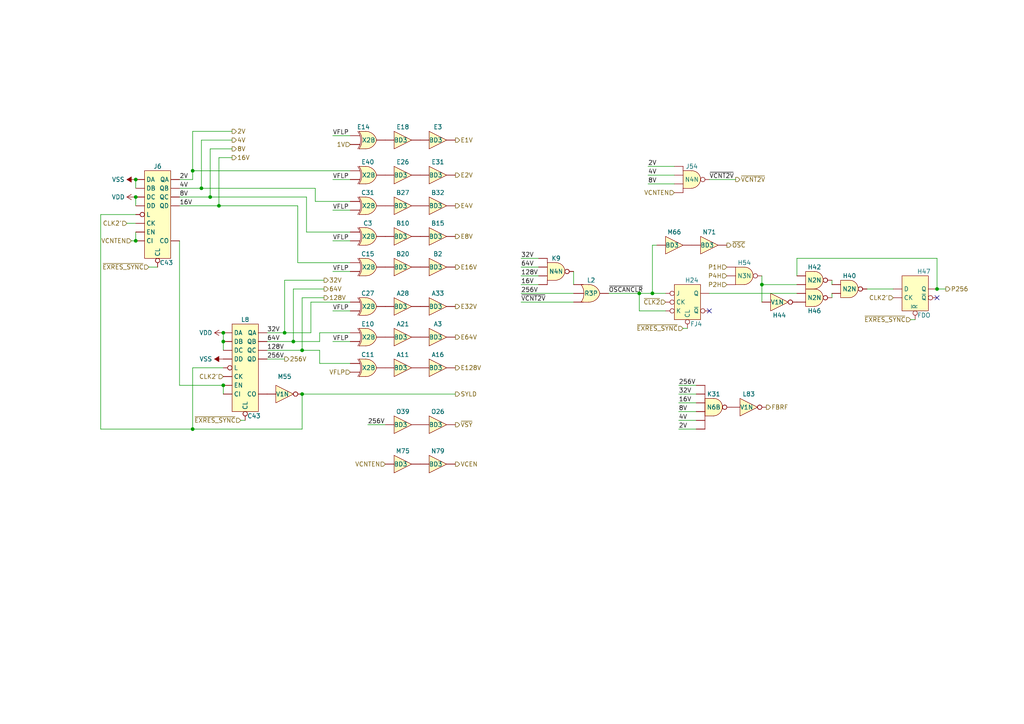
<source format=kicad_sch>
(kicad_sch (version 20231120) (generator "eeschema") (generator_version "8.0")
  (paper "A4")
  (title_block (title "Konami 007782") (date "2023-08-09") (company "Ulf Skutnabba, twitter: @skutis77"))
  (lib_symbols
    (symbol "ga_fujitsu_av:BD3"
      (property "Reference" "U" (at 0 3.81 0))
      (property "Value" "BD3" (at -0.635 0 0))
      (symbol "BD3_1_1"
        (polyline (pts (xy -2.54 2.54) (xy -2.54 -2.54) (xy 2.54 0) (xy -2.54 2.54)) (fill (type background)))
        (pin input line (at -5.08 0 0) (length 2.54) (name "") (number ""))
        (pin output line (at 5.08 0 180) (length 2.54) (name "") (number ""))
      )
    )
    (symbol "ga_fujitsu_av:C43"
      (property "Reference" "U" (at 0 13.97 0))
      (property "Value" "C43" (at 2.54 -13.97 0))
      (symbol "C43_1_1"
        (rectangle (start -3.81 12.7) (end 3.81 -12.7) (fill (type background)))
        (pin input line (at -6.35 10.16 0) (length 2.54) (name "DA") (number "1"))
        (pin output line (at 6.35 10.16 180) (length 2.54) (name "QA") (number "10"))
        (pin output line (at 6.35 7.62 180) (length 2.54) (name "QB") (number "11"))
        (pin output line (at 6.35 5.08 180) (length 2.54) (name "QC") (number "12"))
        (pin output line (at 6.35 2.54 180) (length 2.54) (name "QD") (number "13"))
        (pin output line (at 6.35 -7.62 180) (length 2.54) (name "CO") (number "14"))
        (pin input line (at -6.35 7.62 0) (length 2.54) (name "DB") (number "2"))
        (pin input line (at -6.35 5.08 0) (length 2.54) (name "DC") (number "3"))
        (pin input line (at -6.35 2.54 0) (length 2.54) (name "DD") (number "4"))
        (pin input inverted (at -6.35 0 0) (length 2.54) (name "L") (number "5"))
        (pin input line (at -6.35 -2.54 0) (length 2.54) (name "CK") (number "6"))
        (pin input line (at -6.35 -5.08 0) (length 2.54) (name "EN") (number "7"))
        (pin input line (at -6.35 -7.62 0) (length 2.54) (name "CI") (number "8"))
        (pin input inverted (at 0 -15.24 90) (length 2.54) (name "CL") (number "9"))
      )
    )
    (symbol "ga_fujitsu_av:FDO"
      (property "Reference" "U" (at 2.54 6.35 0))
      (property "Value" "FDO" (at 2.54 -6.35 0))
      (symbol "FDO_1_1"
        (rectangle (start -3.81 5.08) (end 3.81 -5.08) (fill (type background)))
        (pin input line (at -6.35 -1.27 0) (length 2.54) (name "CK") (number ""))
        (pin input line (at -6.35 1.27 0) (length 2.54) (name "D") (number ""))
        (pin output line (at 6.35 1.27 180) (length 2.54) (name "Q") (number ""))
        (pin output inverted (at 6.35 -1.27 180) (length 2.54) (name "~{Q}") (number ""))
        (pin input inverted (at 0 -7.62 90) (length 2.54) (name "~{R}") (number ""))
      )
    )
    (symbol "ga_fujitsu_av:FJ4"
      (property "Reference" "U" (at 1.27 5.08 0))
      (property "Value" "FJ4" (at 2.54 -7.62 0))
      (symbol "FJ4_1_1"
        (rectangle (start -3.81 3.81) (end 3.81 -6.35) (fill (type background)))
        (pin input inverted (at -6.35 -1.27 0) (length 2.54) (name "CK") (number ""))
        (pin input inverted (at 0 -8.89 90) (length 2.54) (name "CL") (number ""))
        (pin input inverted (at -6.35 1.27 0) (length 2.54) (name "J") (number ""))
        (pin input inverted (at -6.35 -3.81 0) (length 2.54) (name "K") (number ""))
        (pin output line (at 6.35 1.27 180) (length 2.54) (name "Q") (number ""))
        (pin output inverted (at 6.35 -3.81 180) (length 2.54) (name "~{Q}") (number ""))
      )
    )
    (symbol "ga_fujitsu_av:N2N"
      (property "Reference" "U" (at 0 3.81 0))
      (property "Value" "N2N" (at 0 0 0))
      (symbol "N2N_1_1"
        (arc (start 0 -2.54) (mid 1.7263 -1.7263) (end 2.54 0) (fill (type background)))
        (polyline (pts (xy 0 2.54) (xy -2.54 2.54) (xy -2.54 -2.54) (xy 0 -2.54)) (fill (type background)))
        (arc (start 2.54 0) (mid 1.7961 1.7961) (end 0 2.54) (fill (type background)))
        (pin input line (at -5.08 -1.27 0) (length 2.54) (name "") (number ""))
        (pin input line (at -5.08 1.27 0) (length 2.54) (name "") (number ""))
        (pin output inverted (at 5.08 0 180) (length 2.54) (name "") (number ""))
      )
    )
    (symbol "ga_fujitsu_av:N3N"
      (property "Reference" "U" (at -1.27 3.81 0))
      (property "Value" "N3N" (at 2.54 3.81 0))
      (symbol "N3N_1_1"
        (arc (start 0 -2.54) (mid 1.7263 -1.7263) (end 2.54 0) (fill (type background)))
        (polyline (pts (xy 0 2.54) (xy -2.54 2.54) (xy -2.54 -2.54) (xy 0 -2.54)) (fill (type background)))
        (arc (start 2.54 0) (mid 1.7961 1.7961) (end 0 2.54) (fill (type background)))
        (pin input line (at -5.08 -2.54 0) (length 2.54) (name "") (number ""))
        (pin input line (at -5.08 0 0) (length 2.54) (name "") (number ""))
        (pin input line (at -5.08 2.54 0) (length 2.54) (name "") (number ""))
        (pin output inverted (at 5.08 0 180) (length 2.54) (name "") (number ""))
      )
    )
    (symbol "ga_fujitsu_av:N4N"
      (property "Reference" "U" (at 1.27 3.81 0))
      (property "Value" "N4N" (at 1.27 0 0))
      (symbol "N4N_0_1"
        (polyline (pts (xy -1.27 -2.54) (xy -1.27 -3.81)))
        (polyline (pts (xy -1.27 2.54) (xy -1.27 3.81)))
      )
      (symbol "N4N_1_1"
        (polyline (pts (xy 1.27 2.54) (xy -1.27 2.54) (xy -1.27 -2.54) (xy 1.27 -2.54)) (fill (type background)))
        (arc (start 1.27 -2.54) (mid 2.9963 -1.7263) (end 3.81 0) (fill (type background)))
        (arc (start 3.81 0) (mid 3.0661 1.7961) (end 1.27 2.54) (fill (type background)))
        (pin input line (at -3.81 -3.81 0) (length 2.54) (name "") (number ""))
        (pin input line (at -3.81 -1.27 0) (length 2.54) (name "") (number ""))
        (pin input line (at -3.81 1.27 0) (length 2.54) (name "") (number ""))
        (pin input line (at -3.81 3.81 0) (length 2.54) (name "") (number ""))
        (pin output inverted (at 6.35 0 180) (length 2.54) (name "") (number ""))
      )
    )
    (symbol "ga_fujitsu_av:N6B"
      (property "Reference" "U" (at 1.27 3.81 0))
      (property "Value" "N6B" (at 2.54 0 0))
      (symbol "N6B_0_1"
        (polyline (pts (xy 0 -6.35) (xy 0 6.35)))
      )
      (symbol "N6B_1_1"
        (polyline (pts (xy 2.54 2.54) (xy 0 2.54) (xy 0 -2.54) (xy 2.54 -2.54)) (fill (type background)))
        (arc (start 2.54 -2.54) (mid 4.2663 -1.7263) (end 5.08 0) (fill (type background)))
        (arc (start 5.08 0) (mid 4.3361 1.7961) (end 2.54 2.54) (fill (type background)))
        (pin input line (at -2.54 -6.35 0) (length 2.54) (name "") (number ""))
        (pin input line (at -2.54 -3.81 0) (length 2.54) (name "") (number ""))
        (pin input line (at -2.54 -1.27 0) (length 2.54) (name "") (number ""))
        (pin input line (at -2.54 1.27 0) (length 2.54) (name "") (number ""))
        (pin input line (at -2.54 3.81 0) (length 2.54) (name "") (number ""))
        (pin input line (at -2.54 6.35 0) (length 2.54) (name "") (number ""))
        (pin output inverted (at 7.62 0 180) (length 2.54) (name "") (number ""))
      )
    )
    (symbol "ga_fujitsu_av:R3P"
      (property "Reference" "U" (at 0 3.81 0))
      (property "Value" "R3P" (at 0 0 0))
      (symbol "R3P_0_1"
        (polyline (pts (xy -2.286 0) (xy -2.159 0)))
      )
      (symbol "R3P_1_1"
        (arc (start -2.9127 -2.5398) (mid -2.0762 0.0001) (end -2.9129 2.54))
        (arc (start -0.635 -2.54) (mid 1.3992 -1.8283) (end 2.54 0) (fill (type background)))
        (polyline (pts (xy -0.635 -2.54) (xy -2.921 -2.54)) (fill (type outline)))
        (polyline (pts (xy -0.635 2.54) (xy -2.921 2.54)) (fill (type background)))
        (polyline (pts (xy -0.635 2.54) (xy -2.921 2.54) (xy -2.54 1.905) (xy -2.286 1.27) (xy -2.159 0.762) (xy -2.1082 0.4572) (xy -2.0828 0.1778) (xy -2.0828 -0.127) (xy -2.1336 -0.6604) (xy -2.2098 -1.016) (xy -2.3114 -1.3716) (xy -2.4384 -1.6764) (xy -2.6162 -2.0574) (xy -2.794 -2.3368) (xy -2.921 -2.54) (xy -0.635 -2.54)) (stroke (width -0.0001)) (fill (type background)))
        (arc (start 2.54 0) (mid 1.3994 1.8287) (end -0.635 2.54) (fill (type background)))
        (pin input line (at -5.08 -2.54 0) (length 2.794) (name "") (number ""))
        (pin input line (at -5.08 0 0) (length 2.794) (name "") (number ""))
        (pin input line (at -5.08 2.54 0) (length 2.794) (name "") (number ""))
        (pin output line (at 5.08 0 180) (length 2.54) (name "") (number ""))
      )
    )
    (symbol "ga_fujitsu_av:V1N"
      (property "Reference" "U" (at 0 2.54 0))
      (property "Value" "V1N" (at 0 -3.81 0))
      (symbol "V1N_1_1"
        (polyline (pts (xy -2.54 2.54) (xy -2.54 -2.54) (xy 2.54 0) (xy -2.54 2.54)) (fill (type background)))
        (pin input line (at -5.08 0 0) (length 2.54) (name "") (number ""))
        (pin output inverted (at 5.08 0 180) (length 2.54) (name "") (number ""))
      )
    )
    (symbol "ga_fujitsu_av:X2B"
      (property "Reference" "U" (at 0 3.81 0))
      (property "Value" "X2B" (at 0.254 0 0))
      (symbol "X2B_1_1"
        (arc (start -2.9127 -2.5398) (mid -2.0762 0.0001) (end -2.9129 2.54))
        (arc (start -2.54 -2.54) (mid -1.7035 -0.0001) (end -2.5402 2.5398))
        (arc (start -0.635 -2.54) (mid 1.3992 -1.8283) (end 2.54 0) (fill (type background)))
        (polyline (pts (xy -0.635 -2.54) (xy -2.54 -2.54)) (fill (type outline)))
        (polyline (pts (xy -0.635 2.54) (xy -2.54 2.54)) (fill (type background)))
        (polyline (pts (xy -0.635 2.54) (xy -2.54 2.54) (xy -2.159 1.905) (xy -1.905 1.27) (xy -1.778 0.762) (xy -1.7272 0.4572) (xy -1.7018 0.1778) (xy -1.7018 -0.127) (xy -1.7526 -0.6604) (xy -1.8288 -1.016) (xy -1.9304 -1.3716) (xy -2.0574 -1.6764) (xy -2.2352 -2.0574) (xy -2.413 -2.3368) (xy -2.54 -2.54) (xy -0.635 -2.54)) (stroke (width -0.0001)) (fill (type background)))
        (arc (start 2.54 0) (mid 1.3994 1.8287) (end -0.635 2.54) (fill (type background)))
        (pin input line (at -5.08 -1.27 0) (length 2.794) (name "") (number ""))
        (pin input line (at -5.08 1.27 0) (length 2.794) (name "") (number ""))
        (pin output line (at 5.08 0 180) (length 2.54) (name "") (number ""))
      )
    )
    (symbol "power:VDD" (power) (pin_names (offset 0))
      (property "Value" "VDD" (at 0 3.81 0))
      (symbol "VDD_0_1"
        (polyline (pts (xy -0.762 1.27) (xy 0 2.54)))
        (polyline (pts (xy 0 0) (xy 0 2.54)))
        (polyline (pts (xy 0 2.54) (xy 0.762 1.27)))
      )
      (symbol "VDD_1_1"
        (pin power_in line (at 0 0 90) (length 0) hide (name "VDD") (number "1"))
      )
    )
    (symbol "power:VSS" (power) (pin_names (offset 0))
      (property "Value" "VSS" (at 0 3.81 0))
      (symbol "VSS_0_1"
        (polyline (pts (xy 0 0) (xy 0 2.54)))
        (polyline (pts (xy 0.762 1.27) (xy -0.762 1.27) (xy 0 2.54) (xy 0.762 1.27)) (fill (type outline)))
      )
      (symbol "VSS_1_1"
        (pin power_in line (at 0 0 90) (length 0) hide (name "VSS") (number "1"))
      )
    )
  )
  (junction (at 271.78 83.82))
  (junction (at 85.09 99.06))
  (junction (at 87.63 101.6))
  (junction (at 220.98 82.55))
  (junction (at 185.42 85.09))
  (junction (at 64.77 111.76))
  (junction (at 58.42 54.61))
  (junction (at 63.5 59.69))
  (junction (at 87.63 114.3))
  (junction (at 55.88 124.46))
  (junction (at 39.37 52.07))
  (junction (at 60.96 57.15))
  (junction (at 64.77 96.52))
  (junction (at 39.37 57.15))
  (junction (at 82.55 96.52))
  (junction (at 189.23 85.09))
  (junction (at 55.88 49.53))
  (junction (at 64.77 99.06))
  (junction (at 39.37 69.85))
  (no_connect (at 205.74 90.17))
  (no_connect (at 271.78 86.36))
  (wire (pts (xy 151.13 80.01) (xy 156.21 80.01)))
  (wire (pts (xy 63.5 59.69) (xy 86.36 59.69)))
  (wire (pts (xy 189.23 85.09) (xy 193.04 85.09)))
  (wire (pts (xy 64.77 99.06) (xy 64.77 101.6)))
  (wire (pts (xy 87.63 101.6) (xy 92.71 101.6)))
  (wire (pts (xy 39.37 52.07) (xy 39.37 54.61)))
  (wire (pts (xy 52.07 69.85) (xy 52.07 111.76)))
  (wire (pts (xy 58.42 54.61) (xy 91.44 54.61)))
  (wire (pts (xy 87.63 114.3) (xy 87.63 124.46)))
  (wire (pts (xy 205.74 52.07) (xy 213.36 52.07)))
  (wire (pts (xy 58.42 40.64) (xy 67.31 40.64)))
  (wire (pts (xy 187.96 53.34) (xy 195.58 53.34)))
  (wire (pts (xy 52.07 57.15) (xy 60.96 57.15)))
  (wire (pts (xy 90.17 87.63) (xy 90.17 96.52)))
  (wire (pts (xy 29.21 62.23) (xy 39.37 62.23)))
  (wire (pts (xy 55.88 38.1) (xy 67.31 38.1)))
  (wire (pts (xy 231.14 74.93) (xy 231.14 80.01)))
  (wire (pts (xy 63.5 45.72) (xy 63.5 59.69)))
  (wire (pts (xy 271.78 74.93) (xy 231.14 74.93)))
  (wire (pts (xy 43.18 77.47) (xy 45.72 77.47)))
  (wire (pts (xy 64.77 96.52) (xy 64.77 99.06)))
  (wire (pts (xy 91.44 58.42) (xy 101.6 58.42)))
  (wire (pts (xy 151.13 85.09) (xy 166.37 85.09)))
  (wire (pts (xy 151.13 82.55) (xy 156.21 82.55)))
  (wire (pts (xy 82.55 81.28) (xy 93.98 81.28)))
  (wire (pts (xy 77.47 99.06) (xy 85.09 99.06)))
  (wire (pts (xy 196.85 119.38) (xy 201.93 119.38)))
  (wire (pts (xy 220.98 82.55) (xy 231.14 82.55)))
  (wire (pts (xy 96.52 90.17) (xy 101.6 90.17)))
  (wire (pts (xy 52.07 111.76) (xy 64.77 111.76)))
  (wire (pts (xy 87.63 86.36) (xy 87.63 101.6)))
  (wire (pts (xy 82.55 81.28) (xy 82.55 96.52)))
  (wire (pts (xy 196.85 116.84) (xy 201.93 116.84)))
  (wire (pts (xy 205.74 85.09) (xy 231.14 85.09)))
  (wire (pts (xy 60.96 43.18) (xy 60.96 57.15)))
  (wire (pts (xy 101.6 105.41) (xy 92.71 105.41)))
  (wire (pts (xy 77.47 96.52) (xy 82.55 96.52)))
  (wire (pts (xy 55.88 49.53) (xy 55.88 52.07)))
  (wire (pts (xy 86.36 59.69) (xy 86.36 76.2)))
  (wire (pts (xy 96.52 52.07) (xy 101.6 52.07)))
  (wire (pts (xy 96.52 69.85) (xy 101.6 69.85)))
  (wire (pts (xy 85.09 83.82) (xy 93.98 83.82)))
  (wire (pts (xy 36.83 64.77) (xy 39.37 64.77)))
  (wire (pts (xy 196.85 124.46) (xy 201.93 124.46)))
  (wire (pts (xy 220.98 87.63) (xy 220.98 82.55)))
  (wire (pts (xy 87.63 114.3) (xy 132.08 114.3)))
  (wire (pts (xy 96.52 60.96) (xy 101.6 60.96)))
  (wire (pts (xy 60.96 43.18) (xy 67.31 43.18)))
  (wire (pts (xy 52.07 59.69) (xy 63.5 59.69)))
  (wire (pts (xy 38.1 69.85) (xy 39.37 69.85)))
  (wire (pts (xy 196.85 121.92) (xy 201.93 121.92)))
  (wire (pts (xy 106.68 123.19) (xy 111.76 123.19)))
  (wire (pts (xy 67.31 45.72) (xy 63.5 45.72)))
  (wire (pts (xy 52.07 54.61) (xy 58.42 54.61)))
  (wire (pts (xy 77.47 104.14) (xy 82.55 104.14)))
  (wire (pts (xy 271.78 83.82) (xy 274.32 83.82)))
  (wire (pts (xy 189.23 85.09) (xy 189.23 71.12)))
  (wire (pts (xy 92.71 99.06) (xy 85.09 99.06)))
  (wire (pts (xy 241.3 81.28) (xy 241.3 82.55)))
  (wire (pts (xy 91.44 54.61) (xy 91.44 58.42)))
  (wire (pts (xy 55.88 49.53) (xy 101.6 49.53)))
  (wire (pts (xy 77.47 101.6) (xy 87.63 101.6)))
  (wire (pts (xy 60.96 57.15) (xy 88.9 57.15)))
  (wire (pts (xy 196.85 111.76) (xy 201.93 111.76)))
  (wire (pts (xy 96.52 99.06) (xy 101.6 99.06)))
  (wire (pts (xy 101.6 96.52) (xy 92.71 96.52)))
  (wire (pts (xy 39.37 67.31) (xy 39.37 69.85)))
  (wire (pts (xy 55.88 106.68) (xy 64.77 106.68)))
  (wire (pts (xy 198.12 95.25) (xy 199.39 95.25)))
  (wire (pts (xy 29.21 124.46) (xy 29.21 62.23)))
  (wire (pts (xy 185.42 90.17) (xy 185.42 85.09)))
  (wire (pts (xy 151.13 77.47) (xy 156.21 77.47)))
  (wire (pts (xy 241.3 86.36) (xy 241.3 85.09)))
  (wire (pts (xy 58.42 40.64) (xy 58.42 54.61)))
  (wire (pts (xy 220.98 82.55) (xy 220.98 80.01)))
  (wire (pts (xy 264.16 92.71) (xy 265.43 92.71)))
  (wire (pts (xy 151.13 74.93) (xy 156.21 74.93)))
  (wire (pts (xy 96.52 78.74) (xy 101.6 78.74)))
  (wire (pts (xy 193.04 90.17) (xy 185.42 90.17)))
  (wire (pts (xy 64.77 111.76) (xy 64.77 114.3)))
  (wire (pts (xy 55.88 124.46) (xy 55.88 106.68)))
  (wire (pts (xy 87.63 86.36) (xy 93.98 86.36)))
  (wire (pts (xy 85.09 83.82) (xy 85.09 99.06)))
  (wire (pts (xy 176.53 85.09) (xy 185.42 85.09)))
  (wire (pts (xy 96.52 39.37) (xy 101.6 39.37)))
  (wire (pts (xy 189.23 71.12) (xy 190.5 71.12)))
  (wire (pts (xy 187.96 50.8) (xy 195.58 50.8)))
  (wire (pts (xy 88.9 67.31) (xy 101.6 67.31)))
  (wire (pts (xy 55.88 49.53) (xy 55.88 38.1)))
  (wire (pts (xy 151.13 87.63) (xy 166.37 87.63)))
  (wire (pts (xy 52.07 52.07) (xy 55.88 52.07)))
  (wire (pts (xy 69.85 121.92) (xy 71.12 121.92)))
  (wire (pts (xy 90.17 96.52) (xy 82.55 96.52)))
  (wire (pts (xy 55.88 124.46) (xy 29.21 124.46)))
  (wire (pts (xy 92.71 96.52) (xy 92.71 99.06)))
  (wire (pts (xy 251.46 83.82) (xy 259.08 83.82)))
  (wire (pts (xy 166.37 78.74) (xy 166.37 82.55)))
  (wire (pts (xy 185.42 85.09) (xy 189.23 85.09)))
  (wire (pts (xy 92.71 105.41) (xy 92.71 101.6)))
  (wire (pts (xy 187.96 48.26) (xy 195.58 48.26)))
  (wire (pts (xy 271.78 83.82) (xy 271.78 74.93)))
  (wire (pts (xy 88.9 57.15) (xy 88.9 67.31)))
  (wire (pts (xy 196.85 114.3) (xy 201.93 114.3)))
  (wire (pts (xy 87.63 124.46) (xy 55.88 124.46)))
  (wire (pts (xy 39.37 57.15) (xy 39.37 59.69)))
  (wire (pts (xy 86.36 76.2) (xy 101.6 76.2)))
  (wire (pts (xy 90.17 87.63) (xy 101.6 87.63)))
  (label "2V" (at 187.96 48.26 0))
  (label "~{VCNT2V}" (at 205.74 52.07 0))
  (label "4V" (at 52.07 54.61 0))
  (label "VFLP" (at 96.52 69.85 0))
  (label "8V" (at 196.85 119.38 0))
  (label "32V" (at 77.47 96.52 0))
  (label "128V" (at 151.13 80.01 0))
  (label "VFLP" (at 96.52 60.96 0))
  (label "8V" (at 187.96 53.34 0))
  (label "32V" (at 151.13 74.93 0))
  (label "VFLP" (at 96.52 90.17 0))
  (label "256V" (at 77.47 104.14 0))
  (label "64V" (at 77.47 99.06 0))
  (label "256V" (at 151.13 85.09 0))
  (label "256V" (at 106.68 123.19 0))
  (label "2V" (at 196.85 124.46 0))
  (label "16V" (at 52.07 59.69 0))
  (label "64V" (at 151.13 77.47 0))
  (label "4V" (at 196.85 121.92 0))
  (label "2V" (at 52.07 52.07 0))
  (label "VFLP" (at 96.52 39.37 0))
  (label "16V" (at 151.13 82.55 0))
  (label "256V" (at 196.85 111.76 0))
  (label "VFLP" (at 96.52 99.06 0))
  (label "8V" (at 52.07 57.15 0))
  (label "16V" (at 196.85 116.84 0))
  (label "32V" (at 196.85 114.3 0))
  (label "VFLP" (at 96.52 78.74 0))
  (label "~{OSCANCLR}" (at 176.53 85.09 0))
  (label "128V" (at 77.47 101.6 0))
  (label "4V" (at 187.96 50.8 0))
  (label "~{VCNT2V}" (at 151.13 87.63 0))
  (label "VFLP" (at 96.52 52.07 0))
  (hierarchical_label "P4H" (shape input) (at 210.82 80.01 180))
  (hierarchical_label "CLK2'" (shape input) (at 64.77 109.22 180))
  (hierarchical_label "16V" (shape output) (at 67.31 45.72 0))
  (hierarchical_label "VCEN" (shape output) (at 132.08 134.62 0))
  (hierarchical_label "E1V" (shape output) (at 132.08 40.64 0))
  (hierarchical_label "32V" (shape output) (at 93.98 81.28 0))
  (hierarchical_label "P2H" (shape input) (at 210.82 82.55 180))
  (hierarchical_label "VFLP" (shape input) (at 101.6 107.95 180))
  (hierarchical_label "~{EXRES_SYNC}" (shape input) (at 69.85 121.92 180))
  (hierarchical_label "E2V" (shape output) (at 132.08 50.8 0))
  (hierarchical_label "SYLD" (shape output) (at 132.08 114.3 0))
  (hierarchical_label "~{CLK2}" (shape input) (at 193.04 87.63 180))
  (hierarchical_label "VCNTEN" (shape input) (at 38.1 69.85 180))
  (hierarchical_label "2V" (shape output) (at 67.31 38.1 0))
  (hierarchical_label "FBRF" (shape output) (at 222.25 118.11 0))
  (hierarchical_label "P1H" (shape input) (at 210.82 77.47 180))
  (hierarchical_label "E4V" (shape output) (at 132.08 59.69 0))
  (hierarchical_label "VCNTEN" (shape input) (at 111.76 134.62 180))
  (hierarchical_label "E16V" (shape output) (at 132.08 77.47 0))
  (hierarchical_label "E8V" (shape output) (at 132.08 68.58 0))
  (hierarchical_label "E128V" (shape output) (at 132.08 106.68 0))
  (hierarchical_label "CLK2'" (shape input) (at 259.08 86.36 180))
  (hierarchical_label "P256" (shape output) (at 274.32 83.82 0))
  (hierarchical_label "~{EXRES_SYNC}" (shape input) (at 198.12 95.25 180))
  (hierarchical_label "8V" (shape output) (at 67.31 43.18 0))
  (hierarchical_label "256V" (shape output) (at 82.55 104.14 0))
  (hierarchical_label "4V" (shape output) (at 67.31 40.64 0))
  (hierarchical_label "~{OSC}" (shape output) (at 210.82 71.12 0))
  (hierarchical_label "64V" (shape output) (at 93.98 83.82 0))
  (hierarchical_label "E64V" (shape output) (at 132.08 97.79 0))
  (hierarchical_label "E32V" (shape output) (at 132.08 88.9 0))
  (hierarchical_label "CLK2'" (shape input) (at 36.83 64.77 180))
  (hierarchical_label "~{VCNT2V}" (shape output) (at 213.36 52.07 0))
  (hierarchical_label "1V" (shape input) (at 101.6 41.91 180))
  (hierarchical_label "128V" (shape output) (at 93.98 86.36 0))
  (hierarchical_label "VCNTEN" (shape input) (at 195.58 55.88 180))
  (hierarchical_label "~{EXRES_SYNC}" (shape input) (at 264.16 92.71 180))
  (hierarchical_label "~{EXRES_SYNC}" (shape input) (at 43.18 77.47 180))
  (hierarchical_label "~{VSY}" (shape output) (at 132.08 123.19 0))
  (symbol (lib_id "power:VDD") (at 39.37 57.15 90) (unit 1)
    (property "Reference" "#PWR016" (effects (hide yes)))
    (property "Value" "VDD" (at 34.29 57.15 90))
  )
  (symbol (lib_id "ga_fujitsu_av:V1N") (at 82.55 114.3 0) (unit 1)
    (property "Reference" "M55" (at 82.55 109.22 0))
    (property "Value" "V1N" (at 81.9209 114.3171 0))
  )
  (symbol (lib_id "ga_fujitsu_av:BD3") (at 116.84 68.58 0) (unit 1)
    (property "Reference" "B10" (at 116.84 64.77 0))
    (property "Value" "BD3" (at 116.205 68.58 0))
  )
  (symbol (lib_id "ga_fujitsu_av:N6B") (at 204.47 118.11 0) (unit 1)
    (property "Reference" "K31" (at 207.01 114.3 0))
    (property "Value" "N6B" (at 207.01 118.11 0))
  )
  (symbol (lib_id "power:VSS") (at 39.37 52.07 90) (unit 1)
    (property "Reference" "#PWR015" (effects (hide yes)))
    (property "Value" "VSS" (at 34.29 52.07 90))
  )
  (symbol (lib_id "ga_fujitsu_av:BD3") (at 116.84 59.69 0) (unit 1)
    (property "Reference" "B27" (at 116.84 55.88 0))
    (property "Value" "BD3" (at 116.205 59.69 0))
  )
  (symbol (lib_id "ga_fujitsu_av:C43") (at 45.72 62.23 0) (unit 1)
    (property "Reference" "J6" (at 45.72 48.26 0))
    (property "Value" "C43" (at 48.26 76.2 0))
    (property "Description" "4-bit Binary Synchronous Up Counter" (effects (hide yes)))
  )
  (symbol (lib_id "ga_fujitsu_av:BD3") (at 116.84 40.64 0) (unit 1)
    (property "Reference" "E18" (at 116.84 36.83 0))
    (property "Value" "BD3" (at 116.205 40.64 0))
  )
  (symbol (lib_id "ga_fujitsu_av:BD3") (at 195.58 71.12 0) (unit 1)
    (property "Reference" "M66" (at 195.58 67.31 0))
    (property "Value" "BD3" (at 194.945 71.12 0))
  )
  (symbol (lib_id "ga_fujitsu_av:N4N") (at 199.39 52.07 0) (unit 1)
    (property "Reference" "J54" (at 200.66 48.26 0))
    (property "Value" "N4N" (at 200.66 52.07 0))
  )
  (symbol (lib_id "ga_fujitsu_av:FDO") (at 265.43 85.09 0) (unit 1)
    (property "Reference" "H47" (at 267.97 78.74 0))
    (property "Value" "FDO" (at 267.97 91.44 0))
  )
  (symbol (lib_id "ga_fujitsu_av:X2B") (at 106.68 68.58 0) (unit 1)
    (property "Reference" "C3" (at 106.68 64.77 0))
    (property "Value" "X2B" (at 106.934 68.58 0))
  )
  (symbol (lib_id "ga_fujitsu_av:X2B") (at 106.68 77.47 0) (unit 1)
    (property "Reference" "C15" (at 106.68 73.66 0))
    (property "Value" "X2B" (at 106.934 77.47 0))
  )
  (symbol (lib_id "ga_fujitsu_av:BD3") (at 127 88.9 0) (unit 1)
    (property "Reference" "A33" (at 127 85.09 0))
    (property "Value" "BD3" (at 126.365 88.9 0))
  )
  (symbol (lib_id "ga_fujitsu_av:X2B") (at 106.68 40.64 0) (mirror x) (unit 1)
    (property "Reference" "E14" (at 105.41 36.83 0))
    (property "Value" "X2B" (at 106.934 40.64 0))
  )
  (symbol (lib_id "ga_fujitsu_av:BD3") (at 127 59.69 0) (unit 1)
    (property "Reference" "B32" (at 127 55.88 0))
    (property "Value" "BD3" (at 126.365 59.69 0))
  )
  (symbol (lib_id "ga_fujitsu_av:N2N") (at 236.22 86.36 0) (unit 1)
    (property "Reference" "H46" (at 236.22 90.17 0))
    (property "Value" "N2N" (at 236.22 86.36 0))
  )
  (symbol (lib_id "ga_fujitsu_av:BD3") (at 127 77.47 0) (unit 1)
    (property "Reference" "B2" (at 127 73.66 0))
    (property "Value" "BD3" (at 126.365 77.47 0))
  )
  (symbol (lib_id "ga_fujitsu_av:X2B") (at 106.68 50.8 0) (unit 1)
    (property "Reference" "E40" (at 106.68 46.99 0))
    (property "Value" "X2B" (at 106.934 50.8 0))
  )
  (symbol (lib_id "ga_fujitsu_av:BD3") (at 127 106.68 0) (unit 1)
    (property "Reference" "A16" (at 127 102.87 0))
    (property "Value" "BD3" (at 126.365 106.68 0))
  )
  (symbol (lib_id "ga_fujitsu_av:BD3") (at 116.84 97.79 0) (unit 1)
    (property "Reference" "A21" (at 116.84 93.98 0))
    (property "Value" "BD3" (at 116.205 97.79 0))
  )
  (symbol (lib_id "ga_fujitsu_av:FJ4") (at 199.39 86.36 0) (unit 1)
    (property "Reference" "H24" (at 200.66 81.28 0))
    (property "Value" "FJ4" (at 201.93 93.98 0))
  )
  (symbol (lib_id "ga_fujitsu_av:BD3") (at 127 50.8 0) (unit 1)
    (property "Reference" "E31" (at 127 46.99 0))
    (property "Value" "BD3" (at 126.365 50.8 0))
  )
  (symbol (lib_id "ga_fujitsu_av:BD3") (at 116.84 77.47 0) (unit 1)
    (property "Reference" "B20" (at 116.84 73.66 0))
    (property "Value" "BD3" (at 116.205 77.47 0))
  )
  (symbol (lib_id "ga_fujitsu_av:BD3") (at 116.84 106.68 0) (unit 1)
    (property "Reference" "A11" (at 116.84 102.87 0))
    (property "Value" "BD3" (at 116.205 106.68 0))
  )
  (symbol (lib_id "ga_fujitsu_av:N4N") (at 160.02 78.74 0) (unit 1)
    (property "Reference" "K9" (at 161.29 74.93 0))
    (property "Value" "N4N" (at 161.29 78.74 0))
  )
  (symbol (lib_id "ga_fujitsu_av:N3N") (at 215.9 80.01 0) (unit 1)
    (property "Reference" "H54" (at 215.9 76.2 0))
    (property "Value" "N3N" (at 215.9 80.01 0))
  )
  (symbol (lib_id "ga_fujitsu_av:BD3") (at 127 40.64 0) (unit 1)
    (property "Reference" "E3" (at 127 36.83 0))
    (property "Value" "BD3" (at 126.365 40.64 0))
  )
  (symbol (lib_id "ga_fujitsu_av:BD3") (at 127 134.62 0) (unit 1)
    (property "Reference" "N79" (at 127 130.81 0))
    (property "Value" "BD3" (at 126.365 134.62 0))
  )
  (symbol (lib_id "ga_fujitsu_av:R3P") (at 171.45 85.09 0) (unit 1)
    (property "Reference" "L2" (at 171.45 81.28 0))
    (property "Value" "R3P" (at 171.45 85.09 0))
  )
  (symbol (lib_id "ga_fujitsu_av:BD3") (at 116.84 123.19 0) (unit 1)
    (property "Reference" "O39" (at 116.84 119.38 0))
    (property "Value" "BD3" (at 116.205 123.19 0))
  )
  (symbol (lib_id "ga_fujitsu_av:C43") (at 71.12 106.68 0) (unit 1)
    (property "Reference" "L8" (at 71.12 92.71 0))
    (property "Value" "C43" (at 73.66 120.65 0))
    (property "Description" "4-bit Binary Synchronous Up Counter" (effects (hide yes)))
  )
  (symbol (lib_id "ga_fujitsu_av:BD3") (at 116.84 88.9 0) (unit 1)
    (property "Reference" "A28" (at 116.84 85.09 0))
    (property "Value" "BD3" (at 116.205 88.9 0))
  )
  (symbol (lib_id "ga_fujitsu_av:BD3") (at 205.74 71.12 0) (unit 1)
    (property "Reference" "N71" (at 205.74 67.31 0))
    (property "Value" "BD3" (at 205.105 71.12 0))
  )
  (symbol (lib_id "ga_fujitsu_av:V1N") (at 226.06 87.63 0) (unit 1)
    (property "Reference" "H44" (at 226.06 91.44 0))
    (property "Value" "V1N" (at 225.4309 87.6471 0))
  )
  (symbol (lib_id "ga_fujitsu_av:BD3") (at 127 97.79 0) (unit 1)
    (property "Reference" "A3" (at 127 93.98 0))
    (property "Value" "BD3" (at 126.365 97.79 0))
  )
  (symbol (lib_id "ga_fujitsu_av:X2B") (at 106.68 88.9 0) (unit 1)
    (property "Reference" "C27" (at 106.68 85.09 0))
    (property "Value" "X2B" (at 106.934 88.9 0))
  )
  (symbol (lib_id "ga_fujitsu_av:X2B") (at 106.68 106.68 0) (unit 1)
    (property "Reference" "C11" (at 106.68 102.87 0))
    (property "Value" "X2B" (at 106.934 106.68 0))
  )
  (symbol (lib_id "power:VDD") (at 64.77 96.52 90) (unit 1)
    (property "Reference" "#PWR017" (effects (hide yes)))
    (property "Value" "VDD" (at 59.69 96.52 90))
  )
  (symbol (lib_id "ga_fujitsu_av:BD3") (at 127 68.58 0) (unit 1)
    (property "Reference" "B15" (at 127 64.77 0))
    (property "Value" "BD3" (at 126.365 68.58 0))
  )
  (symbol (lib_id "ga_fujitsu_av:BD3") (at 116.84 50.8 0) (unit 1)
    (property "Reference" "E26" (at 116.84 46.99 0))
    (property "Value" "BD3" (at 116.205 50.8 0))
  )
  (symbol (lib_id "ga_fujitsu_av:X2B") (at 106.68 97.79 0) (unit 1)
    (property "Reference" "E10" (at 106.68 93.98 0))
    (property "Value" "X2B" (at 106.934 97.79 0))
  )
  (symbol (lib_id "ga_fujitsu_av:N2N") (at 236.22 81.28 0) (unit 1)
    (property "Reference" "H42" (at 236.22 77.47 0))
    (property "Value" "N2N" (at 236.22 81.28 0))
  )
  (symbol (lib_id "ga_fujitsu_av:N2N") (at 246.38 83.82 0) (unit 1)
    (property "Reference" "H40" (at 246.38 80.01 0))
    (property "Value" "N2N" (at 246.38 83.82 0))
  )
  (symbol (lib_id "ga_fujitsu_av:BD3") (at 127 123.19 0) (unit 1)
    (property "Reference" "O26" (at 127 119.38 0))
    (property "Value" "BD3" (at 126.365 123.19 0))
  )
  (symbol (lib_id "power:VSS") (at 64.77 104.14 90) (unit 1)
    (property "Reference" "#PWR018" (effects (hide yes)))
    (property "Value" "VSS" (at 59.69 104.14 90))
  )
  (symbol (lib_id "ga_fujitsu_av:V1N") (at 217.17 118.11 0) (unit 1)
    (property "Reference" "L83" (at 217.17 114.3 0))
    (property "Value" "V1N" (at 216.5409 118.1271 0))
  )
  (symbol (lib_id "ga_fujitsu_av:X2B") (at 106.68 59.69 0) (unit 1)
    (property "Reference" "C31" (at 106.68 55.88 0))
    (property "Value" "X2B" (at 106.934 59.69 0))
  )
  (symbol (lib_id "ga_fujitsu_av:BD3") (at 116.84 134.62 0) (unit 1)
    (property "Reference" "M75" (at 116.84 130.81 0))
    (property "Value" "BD3" (at 116.205 134.62 0))
  )
)
</source>
